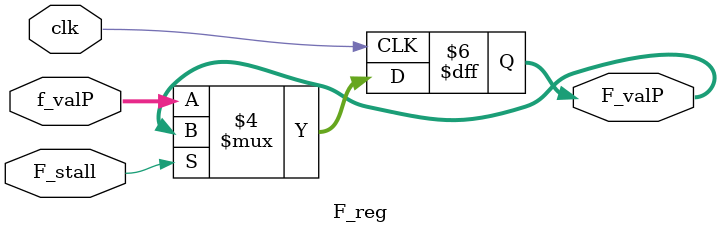
<source format=v>
`ifndef _F_reg
`define _F_reg

module F_reg(
    output reg [31:0] F_valP,
    input [31:0] f_valP,
    input clk,
    input F_stall
);  
    initial begin
        F_valP <= 0;
    end 
    
    always @(posedge clk) begin
        if (!F_stall) begin
            $display("PC:%d", f_valP);            
            F_valP <= f_valP;
        end else begin
            $display("nextpc: %d, stop here!", f_valP);
        end
    end

endmodule

`endif
</source>
